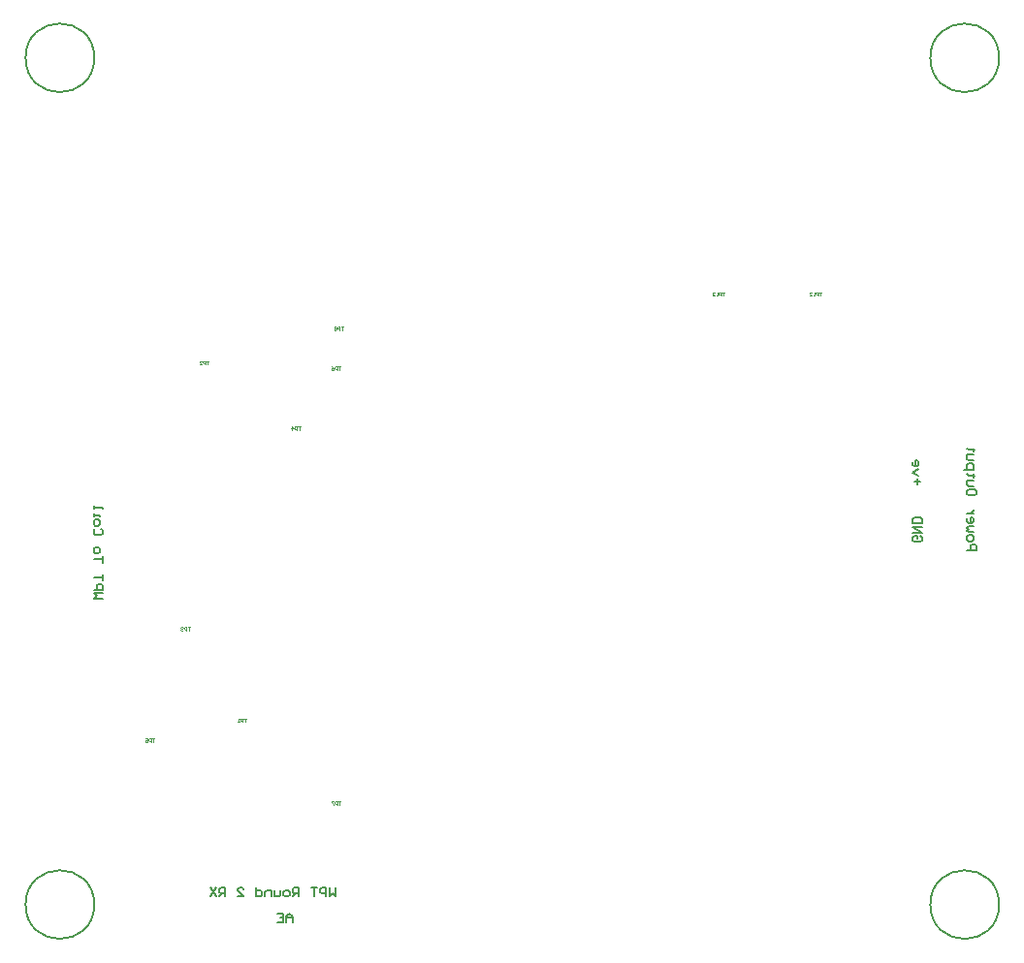
<source format=gbo>
G04*
G04 #@! TF.GenerationSoftware,Altium Limited,Altium Designer,21.6.4 (81)*
G04*
G04 Layer_Color=32896*
%FSLAX44Y44*%
%MOMM*%
G71*
G04*
G04 #@! TF.SameCoordinates,04AFCEB9-1927-4C3B-B3D4-275DD85C2008*
G04*
G04*
G04 #@! TF.FilePolarity,Positive*
G04*
G01*
G75*
%ADD11C,0.2000*%
%ADD14C,0.1000*%
D11*
X60000Y30000D02*
G03*
X60000Y30000I-30000J0D01*
G01*
X850000D02*
G03*
X850000Y30000I-30000J0D01*
G01*
X60000Y770000D02*
G03*
X60000Y770000I-30000J0D01*
G01*
X850000D02*
G03*
X850000Y770000I-30000J0D01*
G01*
X233000Y14500D02*
Y19832D01*
X230334Y22497D01*
X227668Y19832D01*
Y14500D01*
Y18499D01*
X233000D01*
X219671Y22497D02*
X225003D01*
Y14500D01*
X219671D01*
X225003Y18499D02*
X222337D01*
X270500Y44997D02*
Y37000D01*
X267834Y39666D01*
X265168Y37000D01*
Y44997D01*
X262503Y37000D02*
Y44997D01*
X258504D01*
X257171Y43664D01*
Y40999D01*
X258504Y39666D01*
X262503D01*
X254505Y44997D02*
X249174D01*
X251839D01*
Y37000D01*
X238510D02*
Y44997D01*
X234512D01*
X233179Y43664D01*
Y40999D01*
X234512Y39666D01*
X238510D01*
X235844D02*
X233179Y37000D01*
X229180D02*
X226514D01*
X225181Y38333D01*
Y40999D01*
X226514Y42332D01*
X229180D01*
X230513Y40999D01*
Y38333D01*
X229180Y37000D01*
X222516Y42332D02*
Y38333D01*
X221183Y37000D01*
X217184D01*
Y42332D01*
X214518Y37000D02*
Y42332D01*
X210519D01*
X209186Y40999D01*
Y37000D01*
X201189Y44997D02*
Y37000D01*
X205188D01*
X206521Y38333D01*
Y40999D01*
X205188Y42332D01*
X201189D01*
X185194Y37000D02*
X190526D01*
X185194Y42332D01*
Y43664D01*
X186527Y44997D01*
X189193D01*
X190526Y43664D01*
X174531Y37000D02*
Y44997D01*
X170532D01*
X169199Y43664D01*
Y40999D01*
X170532Y39666D01*
X174531D01*
X171865D02*
X169199Y37000D01*
X166534Y44997D02*
X161202Y37000D01*
Y44997D02*
X166534Y37000D01*
X67497Y297000D02*
X59500D01*
X62166Y299666D01*
X59500Y302332D01*
X67497D01*
X59500Y304997D02*
X67497D01*
Y308996D01*
X66164Y310329D01*
X63499D01*
X62166Y308996D01*
Y304997D01*
X67497Y312995D02*
Y318326D01*
Y315661D01*
X59500D01*
X67497Y328990D02*
Y334321D01*
Y331656D01*
X59500D01*
Y338320D02*
Y340986D01*
X60833Y342319D01*
X63499D01*
X64832Y340986D01*
Y338320D01*
X63499Y336987D01*
X60833D01*
X59500Y338320D01*
X66164Y358313D02*
X67497Y356981D01*
Y354315D01*
X66164Y352982D01*
X60833D01*
X59500Y354315D01*
Y356981D01*
X60833Y358313D01*
X59500Y362312D02*
Y364978D01*
X60833Y366311D01*
X63499D01*
X64832Y364978D01*
Y362312D01*
X63499Y360979D01*
X60833D01*
X59500Y362312D01*
Y368977D02*
Y371643D01*
Y370310D01*
X64832D01*
Y368977D01*
X59500Y375641D02*
Y378307D01*
Y376974D01*
X67497D01*
Y375641D01*
X778499Y397000D02*
Y402332D01*
X781164Y399666D02*
X775833D01*
X779832Y404997D02*
X774500Y407663D01*
X779832Y410329D01*
X774500Y416993D02*
Y414328D01*
X775833Y412995D01*
X778499D01*
X779832Y414328D01*
Y416993D01*
X778499Y418326D01*
X777166D01*
Y412995D01*
X781164Y352332D02*
X782497Y350999D01*
Y348333D01*
X781164Y347000D01*
X775833D01*
X774500Y348333D01*
Y350999D01*
X775833Y352332D01*
X778499D01*
Y349666D01*
X774500Y354997D02*
X782497D01*
X774500Y360329D01*
X782497D01*
Y362995D02*
X774500D01*
Y366994D01*
X775833Y368326D01*
X781164D01*
X782497Y366994D01*
Y362995D01*
X822166Y339500D02*
X830163D01*
Y343499D01*
X828830Y344832D01*
X826164D01*
X824832Y343499D01*
Y339500D01*
X822166Y348830D02*
Y351496D01*
X823499Y352829D01*
X826164D01*
X827497Y351496D01*
Y348830D01*
X826164Y347497D01*
X823499D01*
X822166Y348830D01*
X827497Y355495D02*
X823499D01*
X822166Y356828D01*
X823499Y358161D01*
X822166Y359493D01*
X823499Y360826D01*
X827497D01*
X822166Y367491D02*
Y364825D01*
X823499Y363492D01*
X826164D01*
X827497Y364825D01*
Y367491D01*
X826164Y368824D01*
X824832D01*
Y363492D01*
X827497Y371490D02*
X822166D01*
X824832D01*
X826164Y372823D01*
X827497Y374156D01*
Y375488D01*
X830163Y391483D02*
Y388817D01*
X828830Y387485D01*
X823499D01*
X822166Y388817D01*
Y391483D01*
X823499Y392816D01*
X828830D01*
X830163Y391483D01*
X827497Y395482D02*
X823499D01*
X822166Y396815D01*
Y400813D01*
X827497D01*
X828830Y404812D02*
X827497D01*
Y403479D01*
Y406145D01*
Y404812D01*
X823499D01*
X822166Y406145D01*
X819500Y410144D02*
X827497D01*
Y414143D01*
X826164Y415476D01*
X823499D01*
X822166Y414143D01*
Y410144D01*
X827497Y418141D02*
X823499D01*
X822166Y419474D01*
Y423473D01*
X827497D01*
X828830Y427472D02*
X827497D01*
Y426139D01*
Y428805D01*
Y427472D01*
X823499D01*
X822166Y428805D01*
D14*
X610394Y565025D02*
X608395D01*
X609394D01*
Y562026D01*
X607395D02*
Y565025D01*
X605896D01*
X605396Y564525D01*
Y563526D01*
X605896Y563026D01*
X607395D01*
X604396Y562026D02*
X603396D01*
X603896D01*
Y565025D01*
X604396Y564525D01*
X601897D02*
X601397Y565025D01*
X600397D01*
X599897Y564525D01*
Y564025D01*
X600397Y563526D01*
X600897D01*
X600397D01*
X599897Y563026D01*
Y562526D01*
X600397Y562026D01*
X601397D01*
X601897Y562526D01*
X694986Y565181D02*
X692987D01*
X693986D01*
Y562182D01*
X691987D02*
Y565181D01*
X690488D01*
X689988Y564681D01*
Y563681D01*
X690488Y563182D01*
X691987D01*
X688988Y562182D02*
X687988D01*
X688488D01*
Y565181D01*
X688988Y564681D01*
X684489Y562182D02*
X686489D01*
X684489Y564181D01*
Y564681D01*
X684989Y565181D01*
X685989D01*
X686489Y564681D01*
X277436Y535087D02*
X275437D01*
X276436D01*
Y532088D01*
X274437D02*
Y535087D01*
X272938D01*
X272438Y534587D01*
Y533587D01*
X272938Y533088D01*
X274437D01*
X271438Y534587D02*
X270938Y535087D01*
X269938D01*
X269439Y534587D01*
Y534087D01*
X269938Y533587D01*
X269439Y533088D01*
Y532588D01*
X269938Y532088D01*
X270938D01*
X271438Y532588D01*
Y533088D01*
X270938Y533587D01*
X271438Y534087D01*
Y534587D01*
X270938Y533587D02*
X269938D01*
X275124Y120173D02*
X273125D01*
X274124D01*
Y117174D01*
X272125D02*
Y120173D01*
X270625D01*
X270126Y119673D01*
Y118673D01*
X270625Y118174D01*
X272125D01*
X269126Y120173D02*
X267127D01*
Y119673D01*
X269126Y117674D01*
Y117174D01*
X275124Y500157D02*
X273125D01*
X274124D01*
Y497158D01*
X272125D02*
Y500157D01*
X270625D01*
X270126Y499657D01*
Y498657D01*
X270625Y498158D01*
X272125D01*
X267127Y500157D02*
X268126Y499657D01*
X269126Y498657D01*
Y497658D01*
X268626Y497158D01*
X267626D01*
X267127Y497658D01*
Y498158D01*
X267626Y498657D01*
X269126D01*
X112510Y175023D02*
X110511D01*
X111510D01*
Y172024D01*
X109511D02*
Y175023D01*
X108012D01*
X107512Y174523D01*
Y173524D01*
X108012Y173024D01*
X109511D01*
X104513Y175023D02*
X106512D01*
Y173524D01*
X105512Y174023D01*
X105012D01*
X104513Y173524D01*
Y172524D01*
X105012Y172024D01*
X106012D01*
X106512Y172524D01*
X239954Y447591D02*
X237955D01*
X238954D01*
Y444592D01*
X236955D02*
Y447591D01*
X235455D01*
X234956Y447091D01*
Y446091D01*
X235455Y445592D01*
X236955D01*
X232456Y444592D02*
Y447591D01*
X233956Y446091D01*
X231957D01*
X143552Y272573D02*
X141553D01*
X142552D01*
Y269574D01*
X140553D02*
Y272573D01*
X139053D01*
X138554Y272073D01*
Y271073D01*
X139053Y270574D01*
X140553D01*
X137554Y272073D02*
X137054Y272573D01*
X136054D01*
X135555Y272073D01*
Y271573D01*
X136054Y271073D01*
X136554D01*
X136054D01*
X135555Y270574D01*
Y270074D01*
X136054Y269574D01*
X137054D01*
X137554Y270074D01*
X160062Y504983D02*
X158063D01*
X159062D01*
Y501984D01*
X157063D02*
Y504983D01*
X155563D01*
X155064Y504483D01*
Y503484D01*
X155563Y502984D01*
X157063D01*
X152065Y501984D02*
X154064D01*
X152065Y503983D01*
Y504483D01*
X152564Y504983D01*
X153564D01*
X154064Y504483D01*
X192548Y192589D02*
X190549D01*
X191548D01*
Y189590D01*
X189549D02*
Y192589D01*
X188050D01*
X187550Y192089D01*
Y191089D01*
X188050Y190590D01*
X189549D01*
X186550Y189590D02*
X185550D01*
X186050D01*
Y192589D01*
X186550Y192089D01*
M02*

</source>
